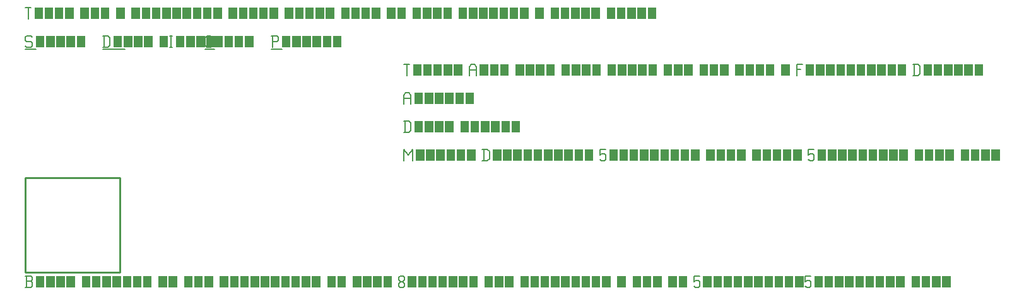
<source format=gbr>
G04 start of page 3 for group -3984 idx -3984 *
G04 Title: Arcs with some parts off the page, fab *
G04 Creator: <version>
G04 CreationDate: <date>
G04 For:  *
G04 Format: Gerber/RS-274X *
G04 PCB-Dimensions: 50000 50000 *
G04 PCB-Coordinate-Origin: lower left *
%MOIN*%
%FSLAX25Y25*%
%LNFAB*%
%ADD14C,0.0100*%
%ADD13C,0.0001*%
%ADD12C,0.0060*%
G54D12*X3000Y125000D02*X3750Y124250D01*
X750Y125000D02*X3000D01*
X0Y124250D02*X750Y125000D01*
X0Y124250D02*Y122750D01*
X750Y122000D01*
X3000D01*
X3750Y121250D01*
Y119750D01*
X3000Y119000D02*X3750Y119750D01*
X750Y119000D02*X3000D01*
X0Y119750D02*X750Y119000D01*
G54D13*G36*
X5550Y125000D02*Y119000D01*
X10050D01*
Y125000D01*
X5550D01*
G37*
G36*
X10950D02*Y119000D01*
X15450D01*
Y125000D01*
X10950D01*
G37*
G36*
X16350D02*Y119000D01*
X20850D01*
Y125000D01*
X16350D01*
G37*
G36*
X21750D02*Y119000D01*
X26250D01*
Y125000D01*
X21750D01*
G37*
G36*
X27150D02*Y119000D01*
X31650D01*
Y125000D01*
X27150D01*
G37*
G54D12*X0Y118000D02*X5550D01*
X41750Y125000D02*Y119000D01*
X43700Y125000D02*X44750Y123950D01*
Y120050D01*
X43700Y119000D02*X44750Y120050D01*
X41000Y119000D02*X43700D01*
X41000Y125000D02*X43700D01*
G54D13*G36*
X46550D02*Y119000D01*
X51050D01*
Y125000D01*
X46550D01*
G37*
G36*
X51950D02*Y119000D01*
X56450D01*
Y125000D01*
X51950D01*
G37*
G36*
X57350D02*Y119000D01*
X61850D01*
Y125000D01*
X57350D01*
G37*
G36*
X62750D02*Y119000D01*
X67250D01*
Y125000D01*
X62750D01*
G37*
G36*
X70850D02*Y119000D01*
X75350D01*
Y125000D01*
X70850D01*
G37*
G54D12*X76250D02*X77750D01*
X77000D02*Y119000D01*
X76250D02*X77750D01*
G54D13*G36*
X79550Y125000D02*Y119000D01*
X84050D01*
Y125000D01*
X79550D01*
G37*
G36*
X84950D02*Y119000D01*
X89450D01*
Y125000D01*
X84950D01*
G37*
G36*
X90350D02*Y119000D01*
X94850D01*
Y125000D01*
X90350D01*
G37*
G36*
X95750D02*Y119000D01*
X100250D01*
Y125000D01*
X95750D01*
G37*
G54D12*X41000Y118000D02*X52550D01*
X96050Y119000D02*X98000D01*
X95000Y120050D02*X96050Y119000D01*
X95000Y123950D02*Y120050D01*
Y123950D02*X96050Y125000D01*
X98000D01*
G54D13*G36*
X99800D02*Y119000D01*
X104300D01*
Y125000D01*
X99800D01*
G37*
G36*
X105200D02*Y119000D01*
X109700D01*
Y125000D01*
X105200D01*
G37*
G36*
X110600D02*Y119000D01*
X115100D01*
Y125000D01*
X110600D01*
G37*
G36*
X116000D02*Y119000D01*
X120500D01*
Y125000D01*
X116000D01*
G37*
G54D12*X95000Y118000D02*X99800D01*
X130750Y125000D02*Y119000D01*
X130000Y125000D02*X133000D01*
X133750Y124250D01*
Y122750D01*
X133000Y122000D02*X133750Y122750D01*
X130750Y122000D02*X133000D01*
G54D13*G36*
X135550Y125000D02*Y119000D01*
X140050D01*
Y125000D01*
X135550D01*
G37*
G36*
X140950D02*Y119000D01*
X145450D01*
Y125000D01*
X140950D01*
G37*
G36*
X146350D02*Y119000D01*
X150850D01*
Y125000D01*
X146350D01*
G37*
G36*
X151750D02*Y119000D01*
X156250D01*
Y125000D01*
X151750D01*
G37*
G36*
X157150D02*Y119000D01*
X161650D01*
Y125000D01*
X157150D01*
G37*
G36*
X162550D02*Y119000D01*
X167050D01*
Y125000D01*
X162550D01*
G37*
G54D12*X130000Y118000D02*X135550D01*
X0Y140000D02*X3000D01*
X1500D02*Y134000D01*
G54D13*G36*
X4800Y140000D02*Y134000D01*
X9300D01*
Y140000D01*
X4800D01*
G37*
G36*
X10200D02*Y134000D01*
X14700D01*
Y140000D01*
X10200D01*
G37*
G36*
X15600D02*Y134000D01*
X20100D01*
Y140000D01*
X15600D01*
G37*
G36*
X21000D02*Y134000D01*
X25500D01*
Y140000D01*
X21000D01*
G37*
G36*
X29100D02*Y134000D01*
X33600D01*
Y140000D01*
X29100D01*
G37*
G36*
X34500D02*Y134000D01*
X39000D01*
Y140000D01*
X34500D01*
G37*
G36*
X39900D02*Y134000D01*
X44400D01*
Y140000D01*
X39900D01*
G37*
G36*
X48000D02*Y134000D01*
X52500D01*
Y140000D01*
X48000D01*
G37*
G36*
X56100D02*Y134000D01*
X60600D01*
Y140000D01*
X56100D01*
G37*
G36*
X61500D02*Y134000D01*
X66000D01*
Y140000D01*
X61500D01*
G37*
G36*
X66900D02*Y134000D01*
X71400D01*
Y140000D01*
X66900D01*
G37*
G36*
X72300D02*Y134000D01*
X76800D01*
Y140000D01*
X72300D01*
G37*
G36*
X77700D02*Y134000D01*
X82200D01*
Y140000D01*
X77700D01*
G37*
G36*
X83100D02*Y134000D01*
X87600D01*
Y140000D01*
X83100D01*
G37*
G36*
X88500D02*Y134000D01*
X93000D01*
Y140000D01*
X88500D01*
G37*
G36*
X93900D02*Y134000D01*
X98400D01*
Y140000D01*
X93900D01*
G37*
G36*
X99300D02*Y134000D01*
X103800D01*
Y140000D01*
X99300D01*
G37*
G36*
X107400D02*Y134000D01*
X111900D01*
Y140000D01*
X107400D01*
G37*
G36*
X112800D02*Y134000D01*
X117300D01*
Y140000D01*
X112800D01*
G37*
G36*
X118200D02*Y134000D01*
X122700D01*
Y140000D01*
X118200D01*
G37*
G36*
X123600D02*Y134000D01*
X128100D01*
Y140000D01*
X123600D01*
G37*
G36*
X129000D02*Y134000D01*
X133500D01*
Y140000D01*
X129000D01*
G37*
G36*
X137100D02*Y134000D01*
X141600D01*
Y140000D01*
X137100D01*
G37*
G36*
X142500D02*Y134000D01*
X147000D01*
Y140000D01*
X142500D01*
G37*
G36*
X147900D02*Y134000D01*
X152400D01*
Y140000D01*
X147900D01*
G37*
G36*
X153300D02*Y134000D01*
X157800D01*
Y140000D01*
X153300D01*
G37*
G36*
X158700D02*Y134000D01*
X163200D01*
Y140000D01*
X158700D01*
G37*
G36*
X166800D02*Y134000D01*
X171300D01*
Y140000D01*
X166800D01*
G37*
G36*
X172200D02*Y134000D01*
X176700D01*
Y140000D01*
X172200D01*
G37*
G36*
X177600D02*Y134000D01*
X182100D01*
Y140000D01*
X177600D01*
G37*
G36*
X183000D02*Y134000D01*
X187500D01*
Y140000D01*
X183000D01*
G37*
G36*
X191100D02*Y134000D01*
X195600D01*
Y140000D01*
X191100D01*
G37*
G36*
X196500D02*Y134000D01*
X201000D01*
Y140000D01*
X196500D01*
G37*
G36*
X204600D02*Y134000D01*
X209100D01*
Y140000D01*
X204600D01*
G37*
G36*
X210000D02*Y134000D01*
X214500D01*
Y140000D01*
X210000D01*
G37*
G36*
X215400D02*Y134000D01*
X219900D01*
Y140000D01*
X215400D01*
G37*
G36*
X220800D02*Y134000D01*
X225300D01*
Y140000D01*
X220800D01*
G37*
G36*
X228900D02*Y134000D01*
X233400D01*
Y140000D01*
X228900D01*
G37*
G36*
X234300D02*Y134000D01*
X238800D01*
Y140000D01*
X234300D01*
G37*
G36*
X239700D02*Y134000D01*
X244200D01*
Y140000D01*
X239700D01*
G37*
G36*
X245100D02*Y134000D01*
X249600D01*
Y140000D01*
X245100D01*
G37*
G36*
X250500D02*Y134000D01*
X255000D01*
Y140000D01*
X250500D01*
G37*
G36*
X255900D02*Y134000D01*
X260400D01*
Y140000D01*
X255900D01*
G37*
G36*
X261300D02*Y134000D01*
X265800D01*
Y140000D01*
X261300D01*
G37*
G36*
X269400D02*Y134000D01*
X273900D01*
Y140000D01*
X269400D01*
G37*
G36*
X277500D02*Y134000D01*
X282000D01*
Y140000D01*
X277500D01*
G37*
G36*
X282900D02*Y134000D01*
X287400D01*
Y140000D01*
X282900D01*
G37*
G36*
X288300D02*Y134000D01*
X292800D01*
Y140000D01*
X288300D01*
G37*
G36*
X293700D02*Y134000D01*
X298200D01*
Y140000D01*
X293700D01*
G37*
G36*
X299100D02*Y134000D01*
X303600D01*
Y140000D01*
X299100D01*
G37*
G36*
X307200D02*Y134000D01*
X311700D01*
Y140000D01*
X307200D01*
G37*
G36*
X312600D02*Y134000D01*
X317100D01*
Y140000D01*
X312600D01*
G37*
G36*
X318000D02*Y134000D01*
X322500D01*
Y140000D01*
X318000D01*
G37*
G36*
X323400D02*Y134000D01*
X327900D01*
Y140000D01*
X323400D01*
G37*
G36*
X328800D02*Y134000D01*
X333300D01*
Y140000D01*
X328800D01*
G37*
G54D14*X0Y50000D02*X50000D01*
X0D02*Y0D01*
X50000Y50000D02*Y0D01*
X0D02*X50000D01*
G54D12*X200000Y65000D02*Y59000D01*
Y65000D02*X202250Y62000D01*
X204500Y65000D01*
Y59000D01*
G54D13*G36*
X206300Y65000D02*Y59000D01*
X210800D01*
Y65000D01*
X206300D01*
G37*
G36*
X211700D02*Y59000D01*
X216200D01*
Y65000D01*
X211700D01*
G37*
G36*
X217100D02*Y59000D01*
X221600D01*
Y65000D01*
X217100D01*
G37*
G36*
X222500D02*Y59000D01*
X227000D01*
Y65000D01*
X222500D01*
G37*
G36*
X227900D02*Y59000D01*
X232400D01*
Y65000D01*
X227900D01*
G37*
G36*
X233300D02*Y59000D01*
X237800D01*
Y65000D01*
X233300D01*
G37*
G54D12*X242150D02*Y59000D01*
X244100Y65000D02*X245150Y63950D01*
Y60050D01*
X244100Y59000D02*X245150Y60050D01*
X241400Y59000D02*X244100D01*
X241400Y65000D02*X244100D01*
G54D13*G36*
X246950D02*Y59000D01*
X251450D01*
Y65000D01*
X246950D01*
G37*
G36*
X252350D02*Y59000D01*
X256850D01*
Y65000D01*
X252350D01*
G37*
G36*
X257750D02*Y59000D01*
X262250D01*
Y65000D01*
X257750D01*
G37*
G36*
X263150D02*Y59000D01*
X267650D01*
Y65000D01*
X263150D01*
G37*
G36*
X268550D02*Y59000D01*
X273050D01*
Y65000D01*
X268550D01*
G37*
G36*
X273950D02*Y59000D01*
X278450D01*
Y65000D01*
X273950D01*
G37*
G36*
X279350D02*Y59000D01*
X283850D01*
Y65000D01*
X279350D01*
G37*
G36*
X284750D02*Y59000D01*
X289250D01*
Y65000D01*
X284750D01*
G37*
G36*
X290150D02*Y59000D01*
X294650D01*
Y65000D01*
X290150D01*
G37*
G36*
X295550D02*Y59000D01*
X300050D01*
Y65000D01*
X295550D01*
G37*
G54D12*X303650D02*X306650D01*
X303650D02*Y62000D01*
X304400Y62750D01*
X305900D01*
X306650Y62000D01*
Y59750D01*
X305900Y59000D02*X306650Y59750D01*
X304400Y59000D02*X305900D01*
X303650Y59750D02*X304400Y59000D01*
G54D13*G36*
X308450Y65000D02*Y59000D01*
X312950D01*
Y65000D01*
X308450D01*
G37*
G36*
X313850D02*Y59000D01*
X318350D01*
Y65000D01*
X313850D01*
G37*
G36*
X319250D02*Y59000D01*
X323750D01*
Y65000D01*
X319250D01*
G37*
G36*
X324650D02*Y59000D01*
X329150D01*
Y65000D01*
X324650D01*
G37*
G36*
X330050D02*Y59000D01*
X334550D01*
Y65000D01*
X330050D01*
G37*
G36*
X335450D02*Y59000D01*
X339950D01*
Y65000D01*
X335450D01*
G37*
G36*
X340850D02*Y59000D01*
X345350D01*
Y65000D01*
X340850D01*
G37*
G36*
X346250D02*Y59000D01*
X350750D01*
Y65000D01*
X346250D01*
G37*
G36*
X351650D02*Y59000D01*
X356150D01*
Y65000D01*
X351650D01*
G37*
G36*
X359750D02*Y59000D01*
X364250D01*
Y65000D01*
X359750D01*
G37*
G36*
X365150D02*Y59000D01*
X369650D01*
Y65000D01*
X365150D01*
G37*
G36*
X370550D02*Y59000D01*
X375050D01*
Y65000D01*
X370550D01*
G37*
G36*
X375950D02*Y59000D01*
X380450D01*
Y65000D01*
X375950D01*
G37*
G36*
X384050D02*Y59000D01*
X388550D01*
Y65000D01*
X384050D01*
G37*
G36*
X389450D02*Y59000D01*
X393950D01*
Y65000D01*
X389450D01*
G37*
G36*
X394850D02*Y59000D01*
X399350D01*
Y65000D01*
X394850D01*
G37*
G36*
X400250D02*Y59000D01*
X404750D01*
Y65000D01*
X400250D01*
G37*
G36*
X405650D02*Y59000D01*
X410150D01*
Y65000D01*
X405650D01*
G37*
G54D12*X413750D02*X416750D01*
X413750D02*Y62000D01*
X414500Y62750D01*
X416000D01*
X416750Y62000D01*
Y59750D01*
X416000Y59000D02*X416750Y59750D01*
X414500Y59000D02*X416000D01*
X413750Y59750D02*X414500Y59000D01*
G54D13*G36*
X418550Y65000D02*Y59000D01*
X423050D01*
Y65000D01*
X418550D01*
G37*
G36*
X423950D02*Y59000D01*
X428450D01*
Y65000D01*
X423950D01*
G37*
G36*
X429350D02*Y59000D01*
X433850D01*
Y65000D01*
X429350D01*
G37*
G36*
X434750D02*Y59000D01*
X439250D01*
Y65000D01*
X434750D01*
G37*
G36*
X440150D02*Y59000D01*
X444650D01*
Y65000D01*
X440150D01*
G37*
G36*
X445550D02*Y59000D01*
X450050D01*
Y65000D01*
X445550D01*
G37*
G36*
X450950D02*Y59000D01*
X455450D01*
Y65000D01*
X450950D01*
G37*
G36*
X456350D02*Y59000D01*
X460850D01*
Y65000D01*
X456350D01*
G37*
G36*
X461750D02*Y59000D01*
X466250D01*
Y65000D01*
X461750D01*
G37*
G36*
X469850D02*Y59000D01*
X474350D01*
Y65000D01*
X469850D01*
G37*
G36*
X475250D02*Y59000D01*
X479750D01*
Y65000D01*
X475250D01*
G37*
G36*
X480650D02*Y59000D01*
X485150D01*
Y65000D01*
X480650D01*
G37*
G36*
X486050D02*Y59000D01*
X490550D01*
Y65000D01*
X486050D01*
G37*
G36*
X494150D02*Y59000D01*
X498650D01*
Y65000D01*
X494150D01*
G37*
G36*
X499550D02*Y59000D01*
X504050D01*
Y65000D01*
X499550D01*
G37*
G36*
X504950D02*Y59000D01*
X509450D01*
Y65000D01*
X504950D01*
G37*
G36*
X510350D02*Y59000D01*
X514850D01*
Y65000D01*
X510350D01*
G37*
G54D12*X0Y-8000D02*X3000D01*
X3750Y-7250D01*
Y-5450D02*Y-7250D01*
X3000Y-4700D02*X3750Y-5450D01*
X750Y-4700D02*X3000D01*
X750Y-2000D02*Y-8000D01*
X0Y-2000D02*X3000D01*
X3750Y-2750D01*
Y-3950D01*
X3000Y-4700D02*X3750Y-3950D01*
G54D13*G36*
X5550Y-2000D02*Y-8000D01*
X10050D01*
Y-2000D01*
X5550D01*
G37*
G36*
X10950D02*Y-8000D01*
X15450D01*
Y-2000D01*
X10950D01*
G37*
G36*
X16350D02*Y-8000D01*
X20850D01*
Y-2000D01*
X16350D01*
G37*
G36*
X21750D02*Y-8000D01*
X26250D01*
Y-2000D01*
X21750D01*
G37*
G36*
X29850D02*Y-8000D01*
X34350D01*
Y-2000D01*
X29850D01*
G37*
G36*
X35250D02*Y-8000D01*
X39750D01*
Y-2000D01*
X35250D01*
G37*
G36*
X40650D02*Y-8000D01*
X45150D01*
Y-2000D01*
X40650D01*
G37*
G36*
X46050D02*Y-8000D01*
X50550D01*
Y-2000D01*
X46050D01*
G37*
G36*
X51450D02*Y-8000D01*
X55950D01*
Y-2000D01*
X51450D01*
G37*
G36*
X56850D02*Y-8000D01*
X61350D01*
Y-2000D01*
X56850D01*
G37*
G36*
X62250D02*Y-8000D01*
X66750D01*
Y-2000D01*
X62250D01*
G37*
G36*
X70350D02*Y-8000D01*
X74850D01*
Y-2000D01*
X70350D01*
G37*
G36*
X75750D02*Y-8000D01*
X80250D01*
Y-2000D01*
X75750D01*
G37*
G36*
X83850D02*Y-8000D01*
X88350D01*
Y-2000D01*
X83850D01*
G37*
G36*
X89250D02*Y-8000D01*
X93750D01*
Y-2000D01*
X89250D01*
G37*
G36*
X94650D02*Y-8000D01*
X99150D01*
Y-2000D01*
X94650D01*
G37*
G36*
X102750D02*Y-8000D01*
X107250D01*
Y-2000D01*
X102750D01*
G37*
G36*
X108150D02*Y-8000D01*
X112650D01*
Y-2000D01*
X108150D01*
G37*
G36*
X113550D02*Y-8000D01*
X118050D01*
Y-2000D01*
X113550D01*
G37*
G36*
X118950D02*Y-8000D01*
X123450D01*
Y-2000D01*
X118950D01*
G37*
G36*
X124350D02*Y-8000D01*
X128850D01*
Y-2000D01*
X124350D01*
G37*
G36*
X129750D02*Y-8000D01*
X134250D01*
Y-2000D01*
X129750D01*
G37*
G36*
X135150D02*Y-8000D01*
X139650D01*
Y-2000D01*
X135150D01*
G37*
G36*
X140550D02*Y-8000D01*
X145050D01*
Y-2000D01*
X140550D01*
G37*
G36*
X145950D02*Y-8000D01*
X150450D01*
Y-2000D01*
X145950D01*
G37*
G36*
X151350D02*Y-8000D01*
X155850D01*
Y-2000D01*
X151350D01*
G37*
G36*
X159450D02*Y-8000D01*
X163950D01*
Y-2000D01*
X159450D01*
G37*
G36*
X164850D02*Y-8000D01*
X169350D01*
Y-2000D01*
X164850D01*
G37*
G36*
X172950D02*Y-8000D01*
X177450D01*
Y-2000D01*
X172950D01*
G37*
G36*
X178350D02*Y-8000D01*
X182850D01*
Y-2000D01*
X178350D01*
G37*
G36*
X183750D02*Y-8000D01*
X188250D01*
Y-2000D01*
X183750D01*
G37*
G36*
X189150D02*Y-8000D01*
X193650D01*
Y-2000D01*
X189150D01*
G37*
G54D12*X197250Y-7250D02*X198000Y-8000D01*
X197250Y-6050D02*Y-7250D01*
Y-6050D02*X198300Y-5000D01*
X199200D01*
X200250Y-6050D01*
Y-7250D01*
X199500Y-8000D02*X200250Y-7250D01*
X198000Y-8000D02*X199500D01*
X197250Y-3950D02*X198300Y-5000D01*
X197250Y-2750D02*Y-3950D01*
Y-2750D02*X198000Y-2000D01*
X199500D01*
X200250Y-2750D01*
Y-3950D01*
X199200Y-5000D02*X200250Y-3950D01*
G54D13*G36*
X202050Y-2000D02*Y-8000D01*
X206550D01*
Y-2000D01*
X202050D01*
G37*
G36*
X207450D02*Y-8000D01*
X211950D01*
Y-2000D01*
X207450D01*
G37*
G36*
X212850D02*Y-8000D01*
X217350D01*
Y-2000D01*
X212850D01*
G37*
G36*
X218250D02*Y-8000D01*
X222750D01*
Y-2000D01*
X218250D01*
G37*
G36*
X223650D02*Y-8000D01*
X228150D01*
Y-2000D01*
X223650D01*
G37*
G36*
X229050D02*Y-8000D01*
X233550D01*
Y-2000D01*
X229050D01*
G37*
G36*
X234450D02*Y-8000D01*
X238950D01*
Y-2000D01*
X234450D01*
G37*
G36*
X242550D02*Y-8000D01*
X247050D01*
Y-2000D01*
X242550D01*
G37*
G36*
X247950D02*Y-8000D01*
X252450D01*
Y-2000D01*
X247950D01*
G37*
G36*
X253350D02*Y-8000D01*
X257850D01*
Y-2000D01*
X253350D01*
G37*
G36*
X261450D02*Y-8000D01*
X265950D01*
Y-2000D01*
X261450D01*
G37*
G36*
X266850D02*Y-8000D01*
X271350D01*
Y-2000D01*
X266850D01*
G37*
G36*
X272250D02*Y-8000D01*
X276750D01*
Y-2000D01*
X272250D01*
G37*
G36*
X277650D02*Y-8000D01*
X282150D01*
Y-2000D01*
X277650D01*
G37*
G36*
X283050D02*Y-8000D01*
X287550D01*
Y-2000D01*
X283050D01*
G37*
G36*
X288450D02*Y-8000D01*
X292950D01*
Y-2000D01*
X288450D01*
G37*
G36*
X293850D02*Y-8000D01*
X298350D01*
Y-2000D01*
X293850D01*
G37*
G36*
X299250D02*Y-8000D01*
X303750D01*
Y-2000D01*
X299250D01*
G37*
G36*
X304650D02*Y-8000D01*
X309150D01*
Y-2000D01*
X304650D01*
G37*
G36*
X312750D02*Y-8000D01*
X317250D01*
Y-2000D01*
X312750D01*
G37*
G36*
X320850D02*Y-8000D01*
X325350D01*
Y-2000D01*
X320850D01*
G37*
G36*
X326250D02*Y-8000D01*
X330750D01*
Y-2000D01*
X326250D01*
G37*
G36*
X331650D02*Y-8000D01*
X336150D01*
Y-2000D01*
X331650D01*
G37*
G36*
X339750D02*Y-8000D01*
X344250D01*
Y-2000D01*
X339750D01*
G37*
G36*
X345150D02*Y-8000D01*
X349650D01*
Y-2000D01*
X345150D01*
G37*
G54D12*X353250D02*X356250D01*
X353250D02*Y-5000D01*
X354000Y-4250D01*
X355500D01*
X356250Y-5000D01*
Y-7250D01*
X355500Y-8000D02*X356250Y-7250D01*
X354000Y-8000D02*X355500D01*
X353250Y-7250D02*X354000Y-8000D01*
G54D13*G36*
X358050Y-2000D02*Y-8000D01*
X362550D01*
Y-2000D01*
X358050D01*
G37*
G36*
X363450D02*Y-8000D01*
X367950D01*
Y-2000D01*
X363450D01*
G37*
G36*
X368850D02*Y-8000D01*
X373350D01*
Y-2000D01*
X368850D01*
G37*
G36*
X374250D02*Y-8000D01*
X378750D01*
Y-2000D01*
X374250D01*
G37*
G36*
X379650D02*Y-8000D01*
X384150D01*
Y-2000D01*
X379650D01*
G37*
G36*
X385050D02*Y-8000D01*
X389550D01*
Y-2000D01*
X385050D01*
G37*
G36*
X390450D02*Y-8000D01*
X394950D01*
Y-2000D01*
X390450D01*
G37*
G36*
X395850D02*Y-8000D01*
X400350D01*
Y-2000D01*
X395850D01*
G37*
G36*
X401250D02*Y-8000D01*
X405750D01*
Y-2000D01*
X401250D01*
G37*
G36*
X406650D02*Y-8000D01*
X411150D01*
Y-2000D01*
X406650D01*
G37*
G54D12*X412050D02*X415050D01*
X412050D02*Y-5000D01*
X412800Y-4250D01*
X414300D01*
X415050Y-5000D01*
Y-7250D01*
X414300Y-8000D02*X415050Y-7250D01*
X412800Y-8000D02*X414300D01*
X412050Y-7250D02*X412800Y-8000D01*
G54D13*G36*
X416850Y-2000D02*Y-8000D01*
X421350D01*
Y-2000D01*
X416850D01*
G37*
G36*
X422250D02*Y-8000D01*
X426750D01*
Y-2000D01*
X422250D01*
G37*
G36*
X427650D02*Y-8000D01*
X432150D01*
Y-2000D01*
X427650D01*
G37*
G36*
X433050D02*Y-8000D01*
X437550D01*
Y-2000D01*
X433050D01*
G37*
G36*
X438450D02*Y-8000D01*
X442950D01*
Y-2000D01*
X438450D01*
G37*
G36*
X443850D02*Y-8000D01*
X448350D01*
Y-2000D01*
X443850D01*
G37*
G36*
X449250D02*Y-8000D01*
X453750D01*
Y-2000D01*
X449250D01*
G37*
G36*
X454650D02*Y-8000D01*
X459150D01*
Y-2000D01*
X454650D01*
G37*
G36*
X460050D02*Y-8000D01*
X464550D01*
Y-2000D01*
X460050D01*
G37*
G36*
X468150D02*Y-8000D01*
X472650D01*
Y-2000D01*
X468150D01*
G37*
G36*
X473550D02*Y-8000D01*
X478050D01*
Y-2000D01*
X473550D01*
G37*
G36*
X478950D02*Y-8000D01*
X483450D01*
Y-2000D01*
X478950D01*
G37*
G36*
X484350D02*Y-8000D01*
X488850D01*
Y-2000D01*
X484350D01*
G37*
G54D12*X200750Y80000D02*Y74000D01*
X202700Y80000D02*X203750Y78950D01*
Y75050D01*
X202700Y74000D02*X203750Y75050D01*
X200000Y74000D02*X202700D01*
X200000Y80000D02*X202700D01*
G54D13*G36*
X205550D02*Y74000D01*
X210050D01*
Y80000D01*
X205550D01*
G37*
G36*
X210950D02*Y74000D01*
X215450D01*
Y80000D01*
X210950D01*
G37*
G36*
X216350D02*Y74000D01*
X220850D01*
Y80000D01*
X216350D01*
G37*
G36*
X221750D02*Y74000D01*
X226250D01*
Y80000D01*
X221750D01*
G37*
G36*
X229850D02*Y74000D01*
X234350D01*
Y80000D01*
X229850D01*
G37*
G36*
X235250D02*Y74000D01*
X239750D01*
Y80000D01*
X235250D01*
G37*
G36*
X240650D02*Y74000D01*
X245150D01*
Y80000D01*
X240650D01*
G37*
G36*
X246050D02*Y74000D01*
X250550D01*
Y80000D01*
X246050D01*
G37*
G36*
X251450D02*Y74000D01*
X255950D01*
Y80000D01*
X251450D01*
G37*
G36*
X256850D02*Y74000D01*
X261350D01*
Y80000D01*
X256850D01*
G37*
G54D12*X200000Y93500D02*Y89000D01*
Y93500D02*X201050Y95000D01*
X202700D01*
X203750Y93500D01*
Y89000D01*
X200000Y92000D02*X203750D01*
G54D13*G36*
X205550Y95000D02*Y89000D01*
X210050D01*
Y95000D01*
X205550D01*
G37*
G36*
X210950D02*Y89000D01*
X215450D01*
Y95000D01*
X210950D01*
G37*
G36*
X216350D02*Y89000D01*
X220850D01*
Y95000D01*
X216350D01*
G37*
G36*
X221750D02*Y89000D01*
X226250D01*
Y95000D01*
X221750D01*
G37*
G36*
X227150D02*Y89000D01*
X231650D01*
Y95000D01*
X227150D01*
G37*
G36*
X232550D02*Y89000D01*
X237050D01*
Y95000D01*
X232550D01*
G37*
G54D12*X200000Y110000D02*X203000D01*
X201500D02*Y104000D01*
G54D13*G36*
X204800Y110000D02*Y104000D01*
X209300D01*
Y110000D01*
X204800D01*
G37*
G36*
X210200D02*Y104000D01*
X214700D01*
Y110000D01*
X210200D01*
G37*
G36*
X215600D02*Y104000D01*
X220100D01*
Y110000D01*
X215600D01*
G37*
G36*
X221000D02*Y104000D01*
X225500D01*
Y110000D01*
X221000D01*
G37*
G36*
X226400D02*Y104000D01*
X230900D01*
Y110000D01*
X226400D01*
G37*
G54D12*X234500Y108500D02*Y104000D01*
Y108500D02*X235550Y110000D01*
X237200D01*
X238250Y108500D01*
Y104000D01*
X234500Y107000D02*X238250D01*
G54D13*G36*
X240050Y110000D02*Y104000D01*
X244550D01*
Y110000D01*
X240050D01*
G37*
G36*
X245450D02*Y104000D01*
X249950D01*
Y110000D01*
X245450D01*
G37*
G36*
X250850D02*Y104000D01*
X255350D01*
Y110000D01*
X250850D01*
G37*
G36*
X258950D02*Y104000D01*
X263450D01*
Y110000D01*
X258950D01*
G37*
G36*
X264350D02*Y104000D01*
X268850D01*
Y110000D01*
X264350D01*
G37*
G36*
X269750D02*Y104000D01*
X274250D01*
Y110000D01*
X269750D01*
G37*
G36*
X275150D02*Y104000D01*
X279650D01*
Y110000D01*
X275150D01*
G37*
G36*
X283250D02*Y104000D01*
X287750D01*
Y110000D01*
X283250D01*
G37*
G36*
X288650D02*Y104000D01*
X293150D01*
Y110000D01*
X288650D01*
G37*
G36*
X294050D02*Y104000D01*
X298550D01*
Y110000D01*
X294050D01*
G37*
G36*
X299450D02*Y104000D01*
X303950D01*
Y110000D01*
X299450D01*
G37*
G36*
X307550D02*Y104000D01*
X312050D01*
Y110000D01*
X307550D01*
G37*
G36*
X312950D02*Y104000D01*
X317450D01*
Y110000D01*
X312950D01*
G37*
G36*
X318350D02*Y104000D01*
X322850D01*
Y110000D01*
X318350D01*
G37*
G36*
X323750D02*Y104000D01*
X328250D01*
Y110000D01*
X323750D01*
G37*
G36*
X329150D02*Y104000D01*
X333650D01*
Y110000D01*
X329150D01*
G37*
G36*
X337250D02*Y104000D01*
X341750D01*
Y110000D01*
X337250D01*
G37*
G36*
X342650D02*Y104000D01*
X347150D01*
Y110000D01*
X342650D01*
G37*
G36*
X348050D02*Y104000D01*
X352550D01*
Y110000D01*
X348050D01*
G37*
G36*
X356150D02*Y104000D01*
X360650D01*
Y110000D01*
X356150D01*
G37*
G36*
X361550D02*Y104000D01*
X366050D01*
Y110000D01*
X361550D01*
G37*
G36*
X366950D02*Y104000D01*
X371450D01*
Y110000D01*
X366950D01*
G37*
G36*
X375050D02*Y104000D01*
X379550D01*
Y110000D01*
X375050D01*
G37*
G36*
X380450D02*Y104000D01*
X384950D01*
Y110000D01*
X380450D01*
G37*
G36*
X385850D02*Y104000D01*
X390350D01*
Y110000D01*
X385850D01*
G37*
G36*
X391250D02*Y104000D01*
X395750D01*
Y110000D01*
X391250D01*
G37*
G36*
X399350D02*Y104000D01*
X403850D01*
Y110000D01*
X399350D01*
G37*
G54D12*X407450D02*Y104000D01*
Y110000D02*X410450D01*
X407450Y107300D02*X409700D01*
G54D13*G36*
X412250Y110000D02*Y104000D01*
X416750D01*
Y110000D01*
X412250D01*
G37*
G36*
X417650D02*Y104000D01*
X422150D01*
Y110000D01*
X417650D01*
G37*
G36*
X423050D02*Y104000D01*
X427550D01*
Y110000D01*
X423050D01*
G37*
G36*
X428450D02*Y104000D01*
X432950D01*
Y110000D01*
X428450D01*
G37*
G36*
X433850D02*Y104000D01*
X438350D01*
Y110000D01*
X433850D01*
G37*
G36*
X439250D02*Y104000D01*
X443750D01*
Y110000D01*
X439250D01*
G37*
G36*
X444650D02*Y104000D01*
X449150D01*
Y110000D01*
X444650D01*
G37*
G36*
X450050D02*Y104000D01*
X454550D01*
Y110000D01*
X450050D01*
G37*
G36*
X455450D02*Y104000D01*
X459950D01*
Y110000D01*
X455450D01*
G37*
G36*
X460850D02*Y104000D01*
X465350D01*
Y110000D01*
X460850D01*
G37*
G54D12*X469700D02*Y104000D01*
X471650Y110000D02*X472700Y108950D01*
Y105050D01*
X471650Y104000D02*X472700Y105050D01*
X468950Y104000D02*X471650D01*
X468950Y110000D02*X471650D01*
G54D13*G36*
X474500D02*Y104000D01*
X479000D01*
Y110000D01*
X474500D01*
G37*
G36*
X479900D02*Y104000D01*
X484400D01*
Y110000D01*
X479900D01*
G37*
G36*
X485300D02*Y104000D01*
X489800D01*
Y110000D01*
X485300D01*
G37*
G36*
X490700D02*Y104000D01*
X495200D01*
Y110000D01*
X490700D01*
G37*
G36*
X496100D02*Y104000D01*
X500600D01*
Y110000D01*
X496100D01*
G37*
G36*
X501500D02*Y104000D01*
X506000D01*
Y110000D01*
X501500D01*
G37*
M02*

</source>
